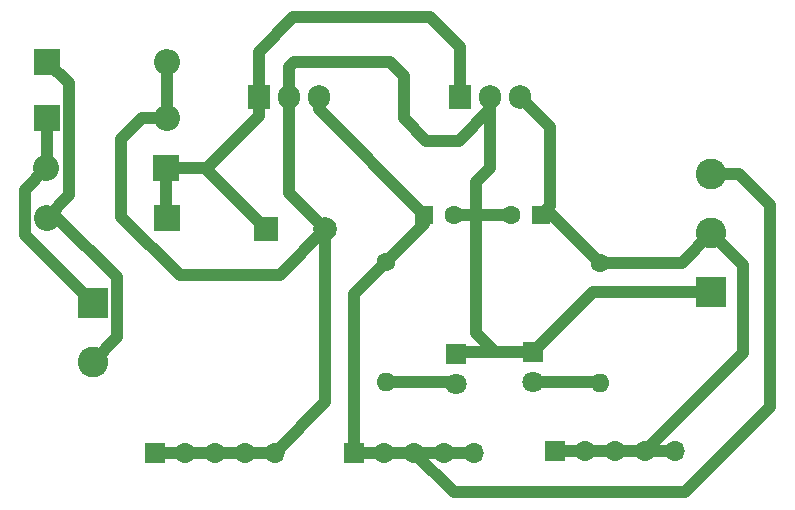
<source format=gbr>
%TF.GenerationSoftware,KiCad,Pcbnew,8.0.7*%
%TF.CreationDate,2025-08-08T15:29:20+05:30*%
%TF.ProjectId,power board_v1,706f7765-7220-4626-9f61-72645f76312e,rev?*%
%TF.SameCoordinates,Original*%
%TF.FileFunction,Copper,L2,Bot*%
%TF.FilePolarity,Positive*%
%FSLAX46Y46*%
G04 Gerber Fmt 4.6, Leading zero omitted, Abs format (unit mm)*
G04 Created by KiCad (PCBNEW 8.0.7) date 2025-08-08 15:29:20*
%MOMM*%
%LPD*%
G01*
G04 APERTURE LIST*
%TA.AperFunction,ComponentPad*%
%ADD10R,2.200000X2.200000*%
%TD*%
%TA.AperFunction,ComponentPad*%
%ADD11O,2.200000X2.200000*%
%TD*%
%TA.AperFunction,ComponentPad*%
%ADD12R,1.905000X2.000000*%
%TD*%
%TA.AperFunction,ComponentPad*%
%ADD13O,1.905000X2.000000*%
%TD*%
%TA.AperFunction,ComponentPad*%
%ADD14R,1.700000X1.700000*%
%TD*%
%TA.AperFunction,ComponentPad*%
%ADD15O,1.700000X1.700000*%
%TD*%
%TA.AperFunction,ComponentPad*%
%ADD16C,1.600000*%
%TD*%
%TA.AperFunction,ComponentPad*%
%ADD17O,1.600000X1.600000*%
%TD*%
%TA.AperFunction,ComponentPad*%
%ADD18R,1.800000X1.800000*%
%TD*%
%TA.AperFunction,ComponentPad*%
%ADD19C,1.800000*%
%TD*%
%TA.AperFunction,ComponentPad*%
%ADD20R,2.600000X2.600000*%
%TD*%
%TA.AperFunction,ComponentPad*%
%ADD21C,2.600000*%
%TD*%
%TA.AperFunction,ComponentPad*%
%ADD22R,1.600000X1.600000*%
%TD*%
%TA.AperFunction,ComponentPad*%
%ADD23R,2.000000X2.000000*%
%TD*%
%TA.AperFunction,ComponentPad*%
%ADD24C,2.000000*%
%TD*%
%TA.AperFunction,Conductor*%
%ADD25C,0.200000*%
%TD*%
%TA.AperFunction,Conductor*%
%ADD26C,1.000000*%
%TD*%
G04 APERTURE END LIST*
D10*
%TO.P,D2,1,K*%
%TO.N,/P-*%
X35620000Y-50450000D03*
D11*
%TO.P,D2,2,A*%
%TO.N,GND*%
X45780000Y-50450000D03*
%TD*%
D12*
%TO.P,U2,1,VI*%
%TO.N,+12V*%
X53560000Y-48695000D03*
D13*
%TO.P,U2,2,GND*%
%TO.N,GND*%
X56100000Y-48695000D03*
%TO.P,U2,3,VO*%
%TO.N,/12V*%
X58640000Y-48695000D03*
%TD*%
D10*
%TO.P,D1,1,K*%
%TO.N,/P+*%
X35645000Y-45675000D03*
D11*
%TO.P,D1,2,A*%
%TO.N,GND*%
X45805000Y-45675000D03*
%TD*%
D14*
%TO.P,J3,1,Pin_1*%
%TO.N,GND*%
X44745000Y-78775000D03*
D15*
%TO.P,J3,2,Pin_2*%
X47285000Y-78775000D03*
%TO.P,J3,3,Pin_3*%
X49825000Y-78775000D03*
%TO.P,J3,4,Pin_4*%
X52365000Y-78775000D03*
%TO.P,J3,5,Pin_5*%
X54905000Y-78775000D03*
%TD*%
D16*
%TO.P,R2,1*%
%TO.N,/12V*%
X64300000Y-62670000D03*
D17*
%TO.P,R2,2*%
%TO.N,Net-(D6-A)*%
X64300000Y-72830000D03*
%TD*%
D18*
%TO.P,D6,1,K*%
%TO.N,GND*%
X70250000Y-70430000D03*
D19*
%TO.P,D6,2,A*%
%TO.N,Net-(D6-A)*%
X70250000Y-72970000D03*
%TD*%
D14*
%TO.P,J4,1,Pin_1*%
%TO.N,/12V*%
X61645000Y-78775000D03*
D15*
%TO.P,J4,2,Pin_2*%
X64185000Y-78775000D03*
%TO.P,J4,3,Pin_3*%
X66725000Y-78775000D03*
%TO.P,J4,4,Pin_4*%
X69265000Y-78775000D03*
%TO.P,J4,5,Pin_5*%
X71805000Y-78775000D03*
%TD*%
D10*
%TO.P,D3,1,K*%
%TO.N,+12V*%
X45755000Y-58875000D03*
D11*
%TO.P,D3,2,A*%
%TO.N,/P+*%
X35595000Y-58875000D03*
%TD*%
D20*
%TO.P,J1,1,Pin_1*%
%TO.N,/P-*%
X39500000Y-66075000D03*
D21*
%TO.P,J1,2,Pin_2*%
%TO.N,/P+*%
X39500000Y-71075000D03*
%TD*%
D22*
%TO.P,C2,1*%
%TO.N,/5V*%
X77430113Y-58675000D03*
D16*
%TO.P,C2,2*%
%TO.N,GND*%
X74930113Y-58675000D03*
%TD*%
D20*
%TO.P,J2,1,Pin_1*%
%TO.N,GND*%
X91875000Y-65200000D03*
D21*
%TO.P,J2,2,Pin_2*%
%TO.N,/5V*%
X91875000Y-60200000D03*
%TO.P,J2,3,Pin_3*%
%TO.N,/12V*%
X91875000Y-55200000D03*
%TD*%
D12*
%TO.P,U1,1,IN*%
%TO.N,+12V*%
X70585000Y-48695000D03*
D13*
%TO.P,U1,2,GND*%
%TO.N,GND*%
X73125000Y-48695000D03*
%TO.P,U1,3,OUT*%
%TO.N,/5V*%
X75665000Y-48695000D03*
%TD*%
D10*
%TO.P,D4,1,K*%
%TO.N,+12V*%
X45730000Y-54675000D03*
D11*
%TO.P,D4,2,A*%
%TO.N,/P-*%
X35570000Y-54675000D03*
%TD*%
D22*
%TO.P,C3,1*%
%TO.N,/12V*%
X67550000Y-58625000D03*
D16*
%TO.P,C3,2*%
%TO.N,GND*%
X70050000Y-58625000D03*
%TD*%
D18*
%TO.P,D5,1,K*%
%TO.N,GND*%
X76750000Y-70280000D03*
D19*
%TO.P,D5,2,A*%
%TO.N,Net-(D5-A)*%
X76750000Y-72820000D03*
%TD*%
D14*
%TO.P,J5,1,Pin_1*%
%TO.N,/5V*%
X78620000Y-78650000D03*
D15*
%TO.P,J5,2,Pin_2*%
X81160000Y-78650000D03*
%TO.P,J5,3,Pin_3*%
X83700000Y-78650000D03*
%TO.P,J5,4,Pin_4*%
X86240000Y-78650000D03*
%TO.P,J5,5,Pin_5*%
X88780000Y-78650000D03*
%TD*%
D16*
%TO.P,R1,1*%
%TO.N,/5V*%
X82425000Y-62695000D03*
D17*
%TO.P,R1,2*%
%TO.N,Net-(D5-A)*%
X82425000Y-72855000D03*
%TD*%
D23*
%TO.P,C1,1*%
%TO.N,+12V*%
X54182323Y-59850000D03*
D24*
%TO.P,C1,2*%
%TO.N,GND*%
X59182323Y-59850000D03*
%TD*%
D25*
%TO.N,+12V*%
X45755000Y-54700000D02*
X45730000Y-54675000D01*
D26*
X68050000Y-41925000D02*
X70585000Y-44460000D01*
X49007323Y-54675000D02*
X54182323Y-59850000D01*
X49175000Y-54675000D02*
X53560000Y-50290000D01*
X45730000Y-58850000D02*
X45755000Y-58875000D01*
X70585000Y-44460000D02*
X70585000Y-48695000D01*
X45730000Y-54675000D02*
X49007323Y-54675000D01*
X45730000Y-54675000D02*
X45730000Y-58850000D01*
X53560000Y-48695000D02*
X53560000Y-44815000D01*
X53560000Y-44815000D02*
X56450000Y-41925000D01*
X45730000Y-54675000D02*
X49175000Y-54675000D01*
X56450000Y-41925000D02*
X68050000Y-41925000D01*
X53560000Y-50290000D02*
X53560000Y-48695000D01*
%TO.N,GND*%
X59182323Y-59850000D02*
X56100000Y-56767677D01*
X70050000Y-58625000D02*
X71950000Y-58625000D01*
X73125000Y-49707500D02*
X70482500Y-52350000D01*
X65850000Y-46925000D02*
X64625000Y-45700000D01*
X41925000Y-58800000D02*
X46850000Y-63725000D01*
X73125000Y-48695000D02*
X73125000Y-49707500D01*
X73125000Y-54700000D02*
X71950000Y-55875000D01*
X73125000Y-48695000D02*
X73125000Y-54700000D01*
X73575000Y-70280000D02*
X70400000Y-70280000D01*
X44745000Y-78775000D02*
X54905000Y-78775000D01*
X59182323Y-59850000D02*
X59182323Y-74497677D01*
X45780000Y-50450000D02*
X45780000Y-45700000D01*
X45780000Y-50450000D02*
X43675000Y-50450000D01*
X41925000Y-52200000D02*
X41925000Y-58800000D01*
X56100000Y-56767677D02*
X56100000Y-48695000D01*
X71950000Y-55875000D02*
X71950000Y-58625000D01*
X56100000Y-48695000D02*
X56100000Y-48050000D01*
X55307323Y-63725000D02*
X59182323Y-59850000D01*
X59182323Y-74497677D02*
X54905000Y-78775000D01*
X56100000Y-46125000D02*
X56100000Y-48695000D01*
X70400000Y-70280000D02*
X70250000Y-70430000D01*
X45780000Y-45700000D02*
X45805000Y-45675000D01*
X70482500Y-52350000D02*
X67725000Y-52350000D01*
X91875000Y-65200000D02*
X81830000Y-65200000D01*
X76750000Y-70280000D02*
X73575000Y-70280000D01*
X43675000Y-50450000D02*
X41925000Y-52200000D01*
X71950000Y-68655000D02*
X73575000Y-70280000D01*
X65850000Y-50475000D02*
X65850000Y-46925000D01*
X56525000Y-45700000D02*
X56100000Y-46125000D01*
X74880113Y-58625000D02*
X74930113Y-58675000D01*
X71950000Y-58625000D02*
X71950000Y-68655000D01*
X67725000Y-52350000D02*
X65850000Y-50475000D01*
X81830000Y-65200000D02*
X76750000Y-70280000D01*
X71950000Y-58625000D02*
X74880113Y-58625000D01*
X64625000Y-45700000D02*
X56525000Y-45700000D01*
X46850000Y-63725000D02*
X55307323Y-63725000D01*
%TO.N,/5V*%
X94550000Y-62875000D02*
X94550000Y-70340000D01*
X82425000Y-62695000D02*
X89380000Y-62695000D01*
X89380000Y-62695000D02*
X91875000Y-60200000D01*
X75665000Y-48695000D02*
X78200000Y-51230000D01*
X94550000Y-70340000D02*
X86240000Y-78650000D01*
X91875000Y-60200000D02*
X94550000Y-62875000D01*
X78620000Y-78650000D02*
X88780000Y-78650000D01*
X78405000Y-58675000D02*
X82425000Y-62695000D01*
X78200000Y-57905113D02*
X77430113Y-58675000D01*
X78200000Y-51230000D02*
X78200000Y-57905113D01*
X77430113Y-58675000D02*
X78405000Y-58675000D01*
%TO.N,/12V*%
X94250000Y-55200000D02*
X96825000Y-57775000D01*
X58640000Y-49715000D02*
X67550000Y-58625000D01*
X91875000Y-55200000D02*
X94250000Y-55200000D01*
X67550000Y-58625000D02*
X67550000Y-59420000D01*
X64300000Y-62670000D02*
X61645000Y-65325000D01*
X89625000Y-82100000D02*
X70050000Y-82100000D01*
X96825000Y-74900000D02*
X89625000Y-82100000D01*
X61645000Y-65325000D02*
X61645000Y-78775000D01*
X70050000Y-82100000D02*
X66725000Y-78775000D01*
X58640000Y-48695000D02*
X58640000Y-49715000D01*
X96825000Y-57775000D02*
X96825000Y-74900000D01*
X61645000Y-78775000D02*
X71805000Y-78775000D01*
X67550000Y-59420000D02*
X64300000Y-62670000D01*
%TO.N,/P+*%
X41550000Y-69025000D02*
X41550000Y-63925000D01*
X35645000Y-45675000D02*
X37470000Y-47500000D01*
X37470000Y-47500000D02*
X37470000Y-57000000D01*
X41550000Y-63925000D02*
X36500000Y-58875000D01*
X36500000Y-58875000D02*
X35595000Y-58875000D01*
X37470000Y-57000000D02*
X35595000Y-58875000D01*
X39500000Y-71075000D02*
X41550000Y-69025000D01*
%TO.N,/P-*%
X35570000Y-54675000D02*
X33745000Y-56500000D01*
X33745000Y-60320000D02*
X39500000Y-66075000D01*
X33745000Y-56500000D02*
X33745000Y-60320000D01*
X35620000Y-50450000D02*
X35620000Y-54625000D01*
X35620000Y-54625000D02*
X35570000Y-54675000D01*
%TO.N,Net-(D5-A)*%
X82390000Y-72820000D02*
X82425000Y-72855000D01*
X76750000Y-72820000D02*
X82390000Y-72820000D01*
%TO.N,Net-(D6-A)*%
X64300000Y-72830000D02*
X70110000Y-72830000D01*
X70110000Y-72830000D02*
X70250000Y-72970000D01*
%TD*%
M02*

</source>
